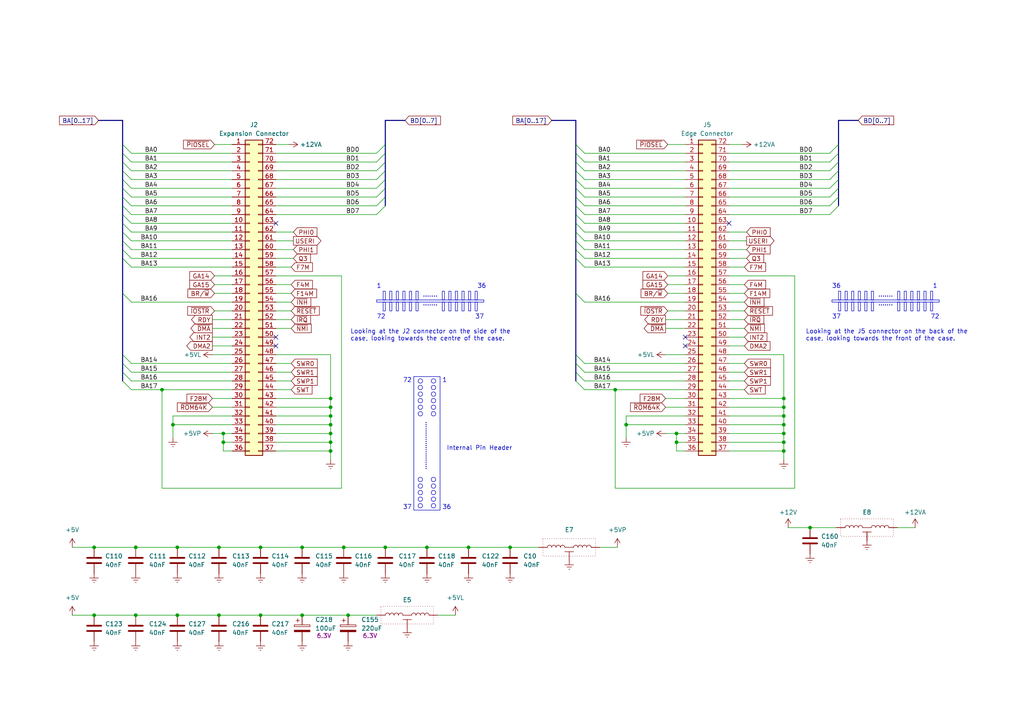
<source format=kicad_sch>
(kicad_sch (version 20230121) (generator eeschema)
  (paper "A4")
  (title_block (title "Dick Smith Cat - Motherboard") (date "1984") (company "Video Technology Ltd.") (comment 2 "Schematic Redrawn by Rhys Weatherley") (comment 3 "Expansion Connectors"))
  (lib_symbols
    (symbol "Connector_Generic:Conn_02x36_Counter_Clockwise" (pin_names (offset 1.016) hide)
      (property "Reference" "J" (at 1.27 45.72 0))
      (property "Value" "Conn_02x36_Counter_Clockwise" (at 1.27 -48.26 0))
      (symbol "Conn_02x36_Counter_Clockwise_1_1"
        (pin passive line (at -5.08 43.18 0) (length 3.81) (name "Pin_1") (number "1"))
        (pin passive line (at -5.08 20.32 0) (length 3.81) (name "Pin_10") (number "10"))
        (pin passive line (at -5.08 17.78 0) (length 3.81) (name "Pin_11") (number "11"))
        (pin passive line (at -5.08 15.24 0) (length 3.81) (name "Pin_12") (number "12"))
        (pin passive line (at -5.08 12.7 0) (length 3.81) (name "Pin_13") (number "13"))
        (pin passive line (at -5.08 10.16 0) (length 3.81) (name "Pin_14") (number "14"))
        (pin passive line (at -5.08 7.62 0) (length 3.81) (name "Pin_15") (number "15"))
        (pin passive line (at -5.08 5.08 0) (length 3.81) (name "Pin_16") (number "16"))
        (pin passive line (at -5.08 2.54 0) (length 3.81) (name "Pin_17") (number "17"))
        (pin passive line (at -5.08 0 0) (length 3.81) (name "Pin_18") (number "18"))
        (pin passive line (at -5.08 -2.54 0) (length 3.81) (name "Pin_19") (number "19"))
        (pin passive line (at -5.08 40.64 0) (length 3.81) (name "Pin_2") (number "2"))
        (pin passive line (at -5.08 -5.08 0) (length 3.81) (name "Pin_20") (number "20"))
        (pin passive line (at -5.08 -7.62 0) (length 3.81) (name "Pin_21") (number "21"))
        (pin passive line (at -5.08 -10.16 0) (length 3.81) (name "Pin_22") (number "22"))
        (pin passive line (at -5.08 -12.7 0) (length 3.81) (name "Pin_23") (number "23"))
        (pin passive line (at -5.08 -15.24 0) (length 3.81) (name "Pin_24") (number "24"))
        (pin passive line (at -5.08 -17.78 0) (length 3.81) (name "Pin_25") (number "25"))
        (pin passive line (at -5.08 -20.32 0) (length 3.81) (name "Pin_26") (number "26"))
        (pin passive line (at -5.08 -22.86 0) (length 3.81) (name "Pin_27") (number "27"))
        (pin passive line (at -5.08 -25.4 0) (length 3.81) (name "Pin_28") (number "28"))
        (pin passive line (at -5.08 -27.94 0) (length 3.81) (name "Pin_29") (number "29"))
        (pin passive line (at -5.08 38.1 0) (length 3.81) (name "Pin_3") (number "3"))
        (pin passive line (at -5.08 -30.48 0) (length 3.81) (name "Pin_30") (number "30"))
        (pin passive line (at -5.08 -33.02 0) (length 3.81) (name "Pin_31") (number "31"))
        (pin passive line (at -5.08 -35.56 0) (length 3.81) (name "Pin_32") (number "32"))
        (pin passive line (at -5.08 -38.1 0) (length 3.81) (name "Pin_33") (number "33"))
        (pin passive line (at -5.08 -40.64 0) (length 3.81) (name "Pin_34") (number "34"))
        (pin passive line (at -5.08 -43.18 0) (length 3.81) (name "Pin_35") (number "35"))
        (pin passive line (at -5.08 -45.72 0) (length 3.81) (name "Pin_36") (number "36"))
        (pin passive line (at 7.62 -45.72 180) (length 3.81) (name "Pin_37") (number "37"))
        (pin passive line (at 7.62 -43.18 180) (length 3.81) (name "Pin_38") (number "38"))
        (pin passive line (at 7.62 -40.64 180) (length 3.81) (name "Pin_39") (number "39"))
        (pin passive line (at -5.08 35.56 0) (length 3.81) (name "Pin_4") (number "4"))
        (pin passive line (at 7.62 -38.1 180) (length 3.81) (name "Pin_40") (number "40"))
        (pin passive line (at 7.62 -35.56 180) (length 3.81) (name "Pin_41") (number "41"))
        (pin passive line (at 7.62 -33.02 180) (length 3.81) (name "Pin_42") (number "42"))
        (pin passive line (at 7.62 -30.48 180) (length 3.81) (name "Pin_43") (number "43"))
        (pin passive line (at 7.62 -27.94 180) (length 3.81) (name "Pin_44") (number "44"))
        (pin passive line (at 7.62 -25.4 180) (length 3.81) (name "Pin_45") (number "45"))
        (pin passive line (at 7.62 -22.86 180) (length 3.81) (name "Pin_46") (number "46"))
        (pin passive line (at 7.62 -20.32 180) (length 3.81) (name "Pin_47") (number "47"))
        (pin passive line (at 7.62 -17.78 180) (length 3.81) (name "Pin_48") (number "48"))
        (pin passive line (at 7.62 -15.24 180) (length 3.81) (name "Pin_49") (number "49"))
        (pin passive line (at -5.08 33.02 0) (length 3.81) (name "Pin_5") (number "5"))
        (pin passive line (at 7.62 -12.7 180) (length 3.81) (name "Pin_50") (number "50"))
        (pin passive line (at 7.62 -10.16 180) (length 3.81) (name "Pin_51") (number "51"))
        (pin passive line (at 7.62 -7.62 180) (length 3.81) (name "Pin_52") (number "52"))
        (pin passive line (at 7.62 -5.08 180) (length 3.81) (name "Pin_53") (number "53"))
        (pin passive line (at 7.62 -2.54 180) (length 3.81) (name "Pin_54") (number "54"))
        (pin passive line (at 7.62 0 180) (length 3.81) (name "Pin_55") (number "55"))
        (pin passive line (at 7.62 2.54 180) (length 3.81) (name "Pin_56") (number "56"))
        (pin passive line (at 7.62 5.08 180) (length 3.81) (name "Pin_57") (number "57"))
        (pin passive line (at 7.62 7.62 180) (length 3.81) (name "Pin_58") (number "58"))
        (pin passive line (at 7.62 10.16 180) (length 3.81) (name "Pin_59") (number "59"))
        (pin passive line (at -5.08 30.48 0) (length 3.81) (name "Pin_6") (number "6"))
        (pin passive line (at 7.62 12.7 180) (length 3.81) (name "Pin_60") (number "60"))
        (pin passive line (at 7.62 15.24 180) (length 3.81) (name "Pin_61") (number "61"))
        (pin passive line (at 7.62 17.78 180) (length 3.81) (name "Pin_62") (number "62"))
        (pin passive line (at 7.62 20.32 180) (length 3.81) (name "Pin_63") (number "63"))
        (pin passive line (at 7.62 22.86 180) (length 3.81) (name "Pin_64") (number "64"))
        (pin passive line (at 7.62 25.4 180) (length 3.81) (name "Pin_65") (number "65"))
        (pin passive line (at 7.62 27.94 180) (length 3.81) (name "Pin_66") (number "66"))
        (pin passive line (at 7.62 30.48 180) (length 3.81) (name "Pin_67") (number "67"))
        (pin passive line (at 7.62 33.02 180) (length 3.81) (name "Pin_68") (number "68"))
        (pin passive line (at 7.62 35.56 180) (length 3.81) (name "Pin_69") (number "69"))
        (pin passive line (at -5.08 27.94 0) (length 3.81) (name "Pin_7") (number "7"))
        (pin passive line (at 7.62 38.1 180) (length 3.81) (name "Pin_70") (number "70"))
        (pin passive line (at 7.62 40.64 180) (length 3.81) (name "Pin_71") (number "71"))
        (pin passive line (at 7.62 43.18 180) (length 3.81) (name "Pin_72") (number "72"))
        (pin passive line (at -5.08 25.4 0) (length 3.81) (name "Pin_8") (number "8"))
        (pin passive line (at -5.08 22.86 0) (length 3.81) (name "Pin_9") (number "9"))
      )
    )
    (symbol "Device:C" (pin_numbers hide) (pin_names (offset 0.254))
      (property "Reference" "C" (at 0.635 2.54 0))
      (property "Value" "C" (at 0.635 -2.54 0))
      (symbol "C_1_1"
        (pin passive line (at 0 3.81 270) (length 2.794) (name "~") (number "1"))
        (pin passive line (at 0 -3.81 90) (length 2.794) (name "~") (number "2"))
      )
    )
    (symbol "Device:C_Polarized" (pin_numbers hide) (pin_names (offset 0.254))
      (property "Reference" "C" (at 0.635 2.54 0))
      (property "Value" "C_Polarized" (at 0.635 -2.54 0))
      (symbol "C_Polarized_1_1"
        (pin passive line (at 0 3.81 270) (length 2.794) (name "~") (number "1"))
        (pin passive line (at 0 -3.81 90) (length 2.794) (name "~") (number "2"))
      )
    )
    (symbol "Line_Filter:Line_Filter" (pin_numbers hide) (pin_names (offset 1.016) hide)
      (property "Reference" "E" (at -2.54 3.81 0))
      (property "Value" "E" (at 1.27 3.81 0))
      (symbol "Line_Filter_1_1"
        (pin passive line (at -11.43 0 0) (length 2.54) (name "1") (number "1"))
        (pin passive line (at -2.54 -3.81 90) (length 2.54) (name "") (number "2"))
        (pin passive line (at 6.35 0 180) (length 2.54) (name "3") (number "3"))
      )
    )
    (symbol "power:+12V" (power) (pin_names (offset 0))
      (property "Value" "+12V" (at 0 3.556 0))
      (symbol "+12V_1_1"
        (pin power_in line (at 0 0 90) (length 0) hide (name "+12V") (number "1"))
      )
    )
    (symbol "power:+12VA" (power) (pin_names (offset 0))
      (property "Value" "+12VA" (at 0 3.556 0))
      (symbol "+12VA_1_1"
        (pin power_in line (at 0 0 90) (length 0) hide (name "+12VA") (number "1"))
      )
    )
    (symbol "power:+5V" (power) (pin_names (offset 0))
      (property "Value" "+5V" (at 0 3.556 0))
      (symbol "+5V_1_1"
        (pin power_in line (at 0 0 90) (length 0) hide (name "+5V") (number "1"))
      )
    )
    (symbol "power:+5VL" (power) (pin_names (offset 0))
      (property "Value" "+5VL" (at 0 3.556 0))
      (symbol "+5VL_1_1"
        (pin power_in line (at 0 0 90) (length 0) hide (name "+5VL") (number "1"))
      )
    )
    (symbol "power:+5VP" (power) (pin_names (offset 0))
      (property "Value" "+5VP" (at 0 3.556 0))
      (symbol "+5VP_1_1"
        (pin power_in line (at 0 0 90) (length 0) hide (name "+5VP") (number "1"))
      )
    )
    (symbol "power:Earth" (power) (pin_names (offset 0))
      (symbol "Earth_1_1"
        (pin power_in line (at 0 0 270) (length 0) hide (name "Earth") (number "1"))
      )
    )
  )
  (junction (at 111.76 158.75))
  (junction (at 147.955 158.75))
  (junction (at 75.565 178.435))
  (junction (at 178.435 113.03))
  (junction (at 51.435 158.75))
  (junction (at 227.33 118.11))
  (junction (at 39.37 158.75))
  (junction (at 95.885 115.57))
  (junction (at 135.89 158.75))
  (junction (at 95.885 120.65))
  (junction (at 196.215 128.27))
  (junction (at 95.885 128.27))
  (junction (at 227.33 123.19))
  (junction (at 181.61 123.19))
  (junction (at 227.33 128.27))
  (junction (at 63.5 158.75))
  (junction (at 64.77 125.73))
  (junction (at 46.99 113.03))
  (junction (at 95.885 118.11))
  (junction (at 63.5 178.435))
  (junction (at 227.33 130.81))
  (junction (at 123.825 158.75))
  (junction (at 87.63 158.75))
  (junction (at 227.33 125.73))
  (junction (at 100.965 178.435))
  (junction (at 39.37 178.435))
  (junction (at 64.77 128.27))
  (junction (at 27.305 178.435))
  (junction (at 99.695 158.75))
  (junction (at 87.63 178.435))
  (junction (at 51.435 178.435))
  (junction (at 227.33 120.65))
  (junction (at 95.885 125.73))
  (junction (at 75.565 158.75))
  (junction (at 95.885 123.19))
  (junction (at 27.305 158.75))
  (junction (at 95.885 130.81))
  (junction (at 50.165 123.19))
  (junction (at 196.215 125.73))
  (junction (at 234.95 153.035))
  (junction (at 227.33 115.57))
  (no_connect (at 211.455 64.77))
  (no_connect (at 80.01 97.79))
  (no_connect (at 80.01 100.33))
  (no_connect (at 198.755 100.33))
  (no_connect (at 198.755 97.79))
  (no_connect (at 80.01 64.77))
  (bus_entry (at 243.205 52.07) (size -2.54 2.54))
  (bus_entry (at 111.76 49.53) (size -2.54 2.54))
  (bus_entry (at 111.76 46.99) (size -2.54 2.54))
  (bus_entry (at 243.205 59.69) (size -2.54 2.54))
  (bus_entry (at 111.76 41.91) (size -2.54 2.54))
  (bus_entry (at 169.545 67.31) (size -2.54 -2.54))
  (bus_entry (at 169.545 105.41) (size -2.54 -2.54))
  (bus_entry (at 38.1 67.31) (size -2.54 -2.54))
  (bus_entry (at 38.1 107.95) (size -2.54 -2.54))
  (bus_entry (at 169.545 69.85) (size -2.54 -2.54))
  (bus_entry (at 38.1 105.41) (size -2.54 -2.54))
  (bus_entry (at 38.1 57.15) (size -2.54 -2.54))
  (bus_entry (at 38.1 87.63) (size -2.54 -2.54))
  (bus_entry (at 38.1 59.69) (size -2.54 -2.54))
  (bus_entry (at 38.1 52.07) (size -2.54 -2.54))
  (bus_entry (at 38.1 69.85) (size -2.54 -2.54))
  (bus_entry (at 38.1 54.61) (size -2.54 -2.54))
  (bus_entry (at 38.1 49.53) (size -2.54 -2.54))
  (bus_entry (at 38.1 62.23) (size -2.54 -2.54))
  (bus_entry (at 169.545 52.07) (size -2.54 -2.54))
  (bus_entry (at 38.1 77.47) (size -2.54 -2.54))
  (bus_entry (at 169.545 107.95) (size -2.54 -2.54))
  (bus_entry (at 169.545 62.23) (size -2.54 -2.54))
  (bus_entry (at 243.205 41.91) (size -2.54 2.54))
  (bus_entry (at 169.545 57.15) (size -2.54 -2.54))
  (bus_entry (at 38.1 44.45) (size -2.54 -2.54))
  (bus_entry (at 111.76 57.15) (size -2.54 2.54))
  (bus_entry (at 169.545 54.61) (size -2.54 -2.54))
  (bus_entry (at 38.1 46.99) (size -2.54 -2.54))
  (bus_entry (at 243.205 57.15) (size -2.54 2.54))
  (bus_entry (at 243.205 44.45) (size -2.54 2.54))
  (bus_entry (at 169.545 64.77) (size -2.54 -2.54))
  (bus_entry (at 111.76 44.45) (size -2.54 2.54))
  (bus_entry (at 243.205 54.61) (size -2.54 2.54))
  (bus_entry (at 38.1 113.03) (size -2.54 -2.54))
  (bus_entry (at 169.545 49.53) (size -2.54 -2.54))
  (bus_entry (at 38.1 110.49) (size -2.54 -2.54))
  (bus_entry (at 169.545 113.03) (size -2.54 -2.54))
  (bus_entry (at 243.205 49.53) (size -2.54 2.54))
  (bus_entry (at 169.545 87.63) (size -2.54 -2.54))
  (bus_entry (at 169.545 77.47) (size -2.54 -2.54))
  (bus_entry (at 111.76 52.07) (size -2.54 2.54))
  (bus_entry (at 169.545 46.99) (size -2.54 -2.54))
  (bus_entry (at 169.545 44.45) (size -2.54 -2.54))
  (bus_entry (at 243.205 46.99) (size -2.54 2.54))
  (bus_entry (at 38.1 74.93) (size -2.54 -2.54))
  (bus_entry (at 38.1 64.77) (size -2.54 -2.54))
  (bus_entry (at 38.1 72.39) (size -2.54 -2.54))
  (bus_entry (at 169.545 72.39) (size -2.54 -2.54))
  (bus_entry (at 169.545 59.69) (size -2.54 -2.54))
  (bus_entry (at 111.76 54.61) (size -2.54 2.54))
  (bus_entry (at 169.545 110.49) (size -2.54 -2.54))
  (bus_entry (at 169.545 74.93) (size -2.54 -2.54))
  (bus_entry (at 111.76 59.69) (size -2.54 2.54))
  (wire (pts (xy 80.01 107.95) (xy 84.455 107.95)))
  (wire (pts (xy 211.455 82.55) (xy 215.9 82.55)))
  (wire (pts (xy 80.01 72.39) (xy 85.09 72.39)))
  (wire (pts (xy 211.455 115.57) (xy 227.33 115.57)))
  (wire (pts (xy 169.545 113.03) (xy 178.435 113.03)))
  (wire (pts (xy 38.1 49.53) (xy 67.31 49.53)))
  (bus (pts (xy 35.56 72.39) (xy 35.56 74.93)))
  (wire (pts (xy 38.1 67.31) (xy 67.31 67.31)))
  (wire (pts (xy 80.01 82.55) (xy 84.455 82.55)))
  (wire (pts (xy 193.675 85.09) (xy 198.755 85.09)))
  (wire (pts (xy 211.455 59.69) (xy 240.665 59.69)))
  (wire (pts (xy 87.63 178.435) (xy 100.965 178.435)))
  (wire (pts (xy 80.01 59.69) (xy 109.22 59.69)))
  (bus (pts (xy 35.56 59.69) (xy 35.56 62.23)))
  (wire (pts (xy 80.01 44.45) (xy 109.22 44.45)))
  (wire (pts (xy 169.545 49.53) (xy 198.755 49.53)))
  (wire (pts (xy 80.01 118.11) (xy 95.885 118.11)))
  (wire (pts (xy 181.61 123.19) (xy 198.755 123.19)))
  (wire (pts (xy 99.06 141.605) (xy 46.99 141.605)))
  (wire (pts (xy 211.455 107.95) (xy 215.9 107.95)))
  (wire (pts (xy 169.545 72.39) (xy 198.755 72.39)))
  (wire (pts (xy 211.455 123.19) (xy 227.33 123.19)))
  (wire (pts (xy 211.455 120.65) (xy 227.33 120.65)))
  (wire (pts (xy 80.01 95.25) (xy 84.455 95.25)))
  (wire (pts (xy 211.455 128.27) (xy 227.33 128.27)))
  (wire (pts (xy 111.76 158.75) (xy 123.825 158.75)))
  (wire (pts (xy 169.545 105.41) (xy 198.755 105.41)))
  (wire (pts (xy 193.04 95.25) (xy 198.755 95.25)))
  (wire (pts (xy 227.33 130.81) (xy 227.33 133.35)))
  (wire (pts (xy 80.01 115.57) (xy 95.885 115.57)))
  (wire (pts (xy 38.1 54.61) (xy 67.31 54.61)))
  (wire (pts (xy 61.595 115.57) (xy 67.31 115.57)))
  (bus (pts (xy 111.76 41.91) (xy 111.76 34.925)))
  (wire (pts (xy 95.885 115.57) (xy 95.885 118.11)))
  (bus (pts (xy 35.56 74.93) (xy 35.56 85.09)))
  (bus (pts (xy 243.205 49.53) (xy 243.205 46.99)))
  (bus (pts (xy 167.005 46.99) (xy 167.005 49.53)))
  (bus (pts (xy 167.005 34.925) (xy 167.005 41.91)))
  (wire (pts (xy 80.01 74.93) (xy 85.09 74.93)))
  (bus (pts (xy 243.205 44.45) (xy 243.205 41.91)))
  (bus (pts (xy 35.56 41.91) (xy 35.56 44.45)))
  (wire (pts (xy 50.165 123.19) (xy 67.31 123.19)))
  (wire (pts (xy 211.455 118.11) (xy 227.33 118.11)))
  (wire (pts (xy 211.455 49.53) (xy 240.665 49.53)))
  (wire (pts (xy 95.885 120.65) (xy 95.885 123.19)))
  (wire (pts (xy 181.61 120.65) (xy 181.61 123.19)))
  (wire (pts (xy 169.545 74.93) (xy 198.755 74.93)))
  (bus (pts (xy 167.005 41.91) (xy 167.005 44.45)))
  (wire (pts (xy 38.1 57.15) (xy 67.31 57.15)))
  (wire (pts (xy 64.77 128.27) (xy 67.31 128.27)))
  (wire (pts (xy 211.455 77.47) (xy 215.9 77.47)))
  (wire (pts (xy 169.545 69.85) (xy 198.755 69.85)))
  (wire (pts (xy 211.455 52.07) (xy 240.665 52.07)))
  (wire (pts (xy 227.33 118.11) (xy 227.33 120.65)))
  (bus (pts (xy 35.56 62.23) (xy 35.56 64.77)))
  (bus (pts (xy 35.56 69.85) (xy 35.56 72.39)))
  (wire (pts (xy 193.675 80.01) (xy 198.755 80.01)))
  (bus (pts (xy 35.56 54.61) (xy 35.56 57.15)))
  (wire (pts (xy 211.455 80.01) (xy 230.505 80.01)))
  (wire (pts (xy 80.01 77.47) (xy 84.455 77.47)))
  (wire (pts (xy 211.455 54.61) (xy 240.665 54.61)))
  (bus (pts (xy 167.005 105.41) (xy 167.005 107.95)))
  (wire (pts (xy 169.545 64.77) (xy 198.755 64.77)))
  (wire (pts (xy 38.1 72.39) (xy 67.31 72.39)))
  (bus (pts (xy 167.005 62.23) (xy 167.005 64.77)))
  (wire (pts (xy 169.545 57.15) (xy 198.755 57.15)))
  (wire (pts (xy 80.01 57.15) (xy 109.22 57.15)))
  (bus (pts (xy 243.205 52.07) (xy 243.205 49.53)))
  (wire (pts (xy 178.435 113.03) (xy 198.755 113.03)))
  (wire (pts (xy 80.01 80.01) (xy 99.06 80.01)))
  (wire (pts (xy 211.455 57.15) (xy 240.665 57.15)))
  (wire (pts (xy 95.885 128.27) (xy 95.885 130.81)))
  (wire (pts (xy 178.435 141.605) (xy 178.435 113.03)))
  (bus (pts (xy 35.56 64.77) (xy 35.56 67.31)))
  (wire (pts (xy 80.01 67.31) (xy 85.09 67.31)))
  (bus (pts (xy 35.56 105.41) (xy 35.56 107.95)))
  (wire (pts (xy 169.545 77.47) (xy 198.755 77.47)))
  (wire (pts (xy 198.755 130.81) (xy 196.215 130.81)))
  (wire (pts (xy 38.1 62.23) (xy 67.31 62.23)))
  (wire (pts (xy 211.455 95.25) (xy 215.9 95.25)))
  (wire (pts (xy 147.955 158.75) (xy 156.21 158.75)))
  (bus (pts (xy 167.005 69.85) (xy 167.005 72.39)))
  (wire (pts (xy 211.455 100.33) (xy 215.9 100.33)))
  (wire (pts (xy 169.545 59.69) (xy 198.755 59.69)))
  (wire (pts (xy 123.825 158.75) (xy 135.89 158.75)))
  (wire (pts (xy 38.1 69.85) (xy 67.31 69.85)))
  (bus (pts (xy 111.76 44.45) (xy 111.76 41.91)))
  (wire (pts (xy 62.23 82.55) (xy 67.31 82.55)))
  (wire (pts (xy 169.545 107.95) (xy 198.755 107.95)))
  (wire (pts (xy 61.595 125.73) (xy 64.77 125.73)))
  (wire (pts (xy 67.31 130.81) (xy 64.77 130.81)))
  (wire (pts (xy 169.545 44.45) (xy 198.755 44.45)))
  (wire (pts (xy 80.01 41.91) (xy 83.82 41.91)))
  (wire (pts (xy 127 178.435) (xy 132.08 178.435)))
  (bus (pts (xy 167.005 67.31) (xy 167.005 69.85)))
  (wire (pts (xy 193.04 92.71) (xy 198.755 92.71)))
  (wire (pts (xy 80.01 46.99) (xy 109.22 46.99)))
  (wire (pts (xy 63.5 178.435) (xy 75.565 178.435)))
  (wire (pts (xy 62.23 85.09) (xy 67.31 85.09)))
  (wire (pts (xy 234.95 153.035) (xy 242.57 153.035)))
  (wire (pts (xy 198.755 120.65) (xy 181.61 120.65)))
  (bus (pts (xy 167.005 74.93) (xy 167.005 85.09)))
  (wire (pts (xy 211.455 92.71) (xy 215.9 92.71)))
  (wire (pts (xy 80.01 130.81) (xy 95.885 130.81)))
  (bus (pts (xy 167.005 49.53) (xy 167.005 52.07)))
  (wire (pts (xy 62.23 80.01) (xy 67.31 80.01)))
  (wire (pts (xy 169.545 52.07) (xy 198.755 52.07)))
  (wire (pts (xy 38.1 74.93) (xy 67.31 74.93)))
  (wire (pts (xy 196.215 125.73) (xy 198.755 125.73)))
  (wire (pts (xy 80.01 62.23) (xy 109.22 62.23)))
  (bus (pts (xy 111.76 54.61) (xy 111.76 52.07)))
  (bus (pts (xy 243.205 34.925) (xy 248.92 34.925)))
  (bus (pts (xy 160.02 34.925) (xy 167.005 34.925)))
  (wire (pts (xy 80.01 113.03) (xy 84.455 113.03)))
  (wire (pts (xy 20.955 178.435) (xy 27.305 178.435)))
  (wire (pts (xy 80.01 105.41) (xy 84.455 105.41)))
  (bus (pts (xy 35.56 34.925) (xy 35.56 41.91)))
  (wire (pts (xy 80.01 69.85) (xy 85.09 69.85)))
  (wire (pts (xy 196.215 128.27) (xy 196.215 125.73)))
  (bus (pts (xy 167.005 107.95) (xy 167.005 110.49)))
  (wire (pts (xy 227.33 123.19) (xy 227.33 125.73)))
  (bus (pts (xy 167.005 44.45) (xy 167.005 46.99)))
  (bus (pts (xy 243.205 54.61) (xy 243.205 52.07)))
  (wire (pts (xy 211.455 72.39) (xy 216.535 72.39)))
  (wire (pts (xy 211.455 87.63) (xy 215.9 87.63)))
  (wire (pts (xy 80.01 125.73) (xy 95.885 125.73)))
  (bus (pts (xy 111.76 49.53) (xy 111.76 46.99)))
  (bus (pts (xy 167.005 57.15) (xy 167.005 59.69)))
  (wire (pts (xy 61.595 118.11) (xy 67.31 118.11)))
  (wire (pts (xy 193.04 118.11) (xy 198.755 118.11)))
  (wire (pts (xy 61.595 92.71) (xy 67.31 92.71)))
  (wire (pts (xy 80.01 110.49) (xy 84.455 110.49)))
  (wire (pts (xy 61.595 100.33) (xy 67.31 100.33)))
  (wire (pts (xy 227.33 102.87) (xy 227.33 115.57)))
  (wire (pts (xy 38.1 105.41) (xy 67.31 105.41)))
  (wire (pts (xy 20.955 158.75) (xy 27.305 158.75)))
  (wire (pts (xy 80.01 49.53) (xy 109.22 49.53)))
  (wire (pts (xy 230.505 80.01) (xy 230.505 141.605)))
  (wire (pts (xy 169.545 54.61) (xy 198.755 54.61)))
  (wire (pts (xy 211.455 97.79) (xy 215.9 97.79)))
  (wire (pts (xy 46.99 141.605) (xy 46.99 113.03)))
  (wire (pts (xy 67.31 120.65) (xy 50.165 120.65)))
  (bus (pts (xy 167.005 59.69) (xy 167.005 62.23)))
  (wire (pts (xy 211.455 90.17) (xy 215.9 90.17)))
  (wire (pts (xy 211.455 105.41) (xy 215.9 105.41)))
  (wire (pts (xy 38.1 52.07) (xy 67.31 52.07)))
  (wire (pts (xy 61.595 95.25) (xy 67.31 95.25)))
  (wire (pts (xy 169.545 46.99) (xy 198.755 46.99)))
  (wire (pts (xy 64.77 128.27) (xy 64.77 125.73)))
  (wire (pts (xy 211.455 125.73) (xy 227.33 125.73)))
  (bus (pts (xy 28.575 34.925) (xy 35.56 34.925)))
  (wire (pts (xy 75.565 178.435) (xy 87.63 178.435)))
  (wire (pts (xy 193.04 102.87) (xy 198.755 102.87)))
  (wire (pts (xy 46.99 113.03) (xy 67.31 113.03)))
  (bus (pts (xy 243.205 59.69) (xy 243.205 57.15)))
  (wire (pts (xy 50.165 123.19) (xy 50.165 127)))
  (bus (pts (xy 243.205 46.99) (xy 243.205 44.45)))
  (bus (pts (xy 35.56 49.53) (xy 35.56 52.07)))
  (wire (pts (xy 80.01 92.71) (xy 84.455 92.71)))
  (wire (pts (xy 211.455 130.81) (xy 227.33 130.81)))
  (wire (pts (xy 99.695 158.75) (xy 111.76 158.75)))
  (bus (pts (xy 243.205 41.91) (xy 243.205 34.925)))
  (wire (pts (xy 39.37 158.75) (xy 51.435 158.75)))
  (bus (pts (xy 167.005 102.87) (xy 167.005 105.41)))
  (wire (pts (xy 61.595 102.87) (xy 67.31 102.87)))
  (bus (pts (xy 35.56 57.15) (xy 35.56 59.69)))
  (wire (pts (xy 39.37 178.435) (xy 51.435 178.435)))
  (bus (pts (xy 35.56 46.99) (xy 35.56 49.53)))
  (bus (pts (xy 167.005 64.77) (xy 167.005 67.31)))
  (wire (pts (xy 227.33 115.57) (xy 227.33 118.11)))
  (wire (pts (xy 95.885 102.87) (xy 95.885 115.57)))
  (wire (pts (xy 38.1 64.77) (xy 67.31 64.77)))
  (bus (pts (xy 111.76 57.15) (xy 111.76 54.61)))
  (wire (pts (xy 211.455 74.93) (xy 216.535 74.93)))
  (wire (pts (xy 95.885 123.19) (xy 95.885 125.73)))
  (wire (pts (xy 227.33 120.65) (xy 227.33 123.19)))
  (wire (pts (xy 260.35 153.035) (xy 265.43 153.035)))
  (wire (pts (xy 38.1 77.47) (xy 67.31 77.47)))
  (wire (pts (xy 62.23 41.91) (xy 67.31 41.91)))
  (wire (pts (xy 51.435 178.435) (xy 63.5 178.435)))
  (wire (pts (xy 211.455 44.45) (xy 240.665 44.45)))
  (wire (pts (xy 211.455 41.91) (xy 215.265 41.91)))
  (bus (pts (xy 35.56 52.07) (xy 35.56 54.61)))
  (wire (pts (xy 38.1 113.03) (xy 46.99 113.03)))
  (wire (pts (xy 193.675 41.91) (xy 198.755 41.91)))
  (wire (pts (xy 27.305 158.75) (xy 39.37 158.75)))
  (wire (pts (xy 169.545 62.23) (xy 198.755 62.23)))
  (wire (pts (xy 38.1 44.45) (xy 67.31 44.45)))
  (bus (pts (xy 35.56 67.31) (xy 35.56 69.85)))
  (wire (pts (xy 211.455 113.03) (xy 215.9 113.03)))
  (wire (pts (xy 80.01 128.27) (xy 95.885 128.27)))
  (wire (pts (xy 80.01 87.63) (xy 84.455 87.63)))
  (bus (pts (xy 35.56 85.09) (xy 35.56 102.87)))
  (wire (pts (xy 193.04 115.57) (xy 198.755 115.57)))
  (wire (pts (xy 80.01 85.09) (xy 84.455 85.09)))
  (wire (pts (xy 211.455 62.23) (xy 240.665 62.23)))
  (wire (pts (xy 135.89 158.75) (xy 147.955 158.75)))
  (wire (pts (xy 62.23 90.17) (xy 67.31 90.17)))
  (wire (pts (xy 211.455 67.31) (xy 216.535 67.31)))
  (wire (pts (xy 228.6 153.035) (xy 234.95 153.035)))
  (wire (pts (xy 211.455 69.85) (xy 216.535 69.85)))
  (wire (pts (xy 169.545 87.63) (xy 198.755 87.63)))
  (wire (pts (xy 211.455 110.49) (xy 215.9 110.49)))
  (wire (pts (xy 100.965 178.435) (xy 109.22 178.435)))
  (wire (pts (xy 230.505 141.605) (xy 178.435 141.605)))
  (bus (pts (xy 167.005 52.07) (xy 167.005 54.61)))
  (wire (pts (xy 95.885 125.73) (xy 95.885 128.27)))
  (wire (pts (xy 38.1 107.95) (xy 67.31 107.95)))
  (wire (pts (xy 169.545 110.49) (xy 198.755 110.49)))
  (wire (pts (xy 75.565 158.75) (xy 87.63 158.75)))
  (bus (pts (xy 35.56 44.45) (xy 35.56 46.99)))
  (bus (pts (xy 111.76 34.925) (xy 117.475 34.925)))
  (bus (pts (xy 35.56 107.95) (xy 35.56 110.49)))
  (wire (pts (xy 38.1 46.99) (xy 67.31 46.99)))
  (wire (pts (xy 64.77 130.81) (xy 64.77 128.27)))
  (bus (pts (xy 111.76 59.69) (xy 111.76 57.15)))
  (wire (pts (xy 80.01 120.65) (xy 95.885 120.65)))
  (wire (pts (xy 61.595 97.79) (xy 67.31 97.79)))
  (wire (pts (xy 63.5 158.75) (xy 75.565 158.75)))
  (wire (pts (xy 80.01 123.19) (xy 95.885 123.19)))
  (wire (pts (xy 51.435 158.75) (xy 63.5 158.75)))
  (wire (pts (xy 38.1 110.49) (xy 67.31 110.49)))
  (wire (pts (xy 99.06 80.01) (xy 99.06 141.605)))
  (wire (pts (xy 173.99 158.75) (xy 179.07 158.75)))
  (wire (pts (xy 227.33 128.27) (xy 227.33 130.81)))
  (wire (pts (xy 211.455 46.99) (xy 240.665 46.99)))
  (wire (pts (xy 196.215 130.81) (xy 196.215 128.27)))
  (bus (pts (xy 243.205 57.15) (xy 243.205 54.61)))
  (wire (pts (xy 211.455 102.87) (xy 227.33 102.87)))
  (bus (pts (xy 111.76 52.07) (xy 111.76 49.53)))
  (wire (pts (xy 80.01 54.61) (xy 109.22 54.61)))
  (bus (pts (xy 167.005 85.09) (xy 167.005 102.87)))
  (bus (pts (xy 167.005 72.39) (xy 167.005 74.93)))
  (wire (pts (xy 95.885 118.11) (xy 95.885 120.65)))
  (bus (pts (xy 111.76 46.99) (xy 111.76 44.45)))
  (wire (pts (xy 38.1 87.63) (xy 67.31 87.63)))
  (wire (pts (xy 169.545 67.31) (xy 198.755 67.31)))
  (bus (pts (xy 35.56 102.87) (xy 35.56 105.41)))
  (wire (pts (xy 50.165 120.65) (xy 50.165 123.19)))
  (wire (pts (xy 80.01 52.07) (xy 109.22 52.07)))
  (wire (pts (xy 193.675 82.55) (xy 198.755 82.55)))
  (wire (pts (xy 227.33 125.73) (xy 227.33 128.27)))
  (wire (pts (xy 193.675 90.17) (xy 198.755 90.17)))
  (wire (pts (xy 38.1 59.69) (xy 67.31 59.69)))
  (wire (pts (xy 64.77 125.73) (xy 67.31 125.73)))
  (wire (pts (xy 196.215 128.27) (xy 198.755 128.27)))
  (wire (pts (xy 193.04 125.73) (xy 196.215 125.73)))
  (wire (pts (xy 181.61 123.19) (xy 181.61 127)))
  (bus (pts (xy 167.005 54.61) (xy 167.005 57.15)))
  (wire (pts (xy 87.63 158.75) (xy 99.695 158.75)))
  (wire (pts (xy 27.305 178.435) (xy 39.37 178.435)))
  (wire (pts (xy 80.01 102.87) (xy 95.885 102.87)))
  (wire (pts (xy 211.455 85.09) (xy 215.9 85.09)))
  (wire (pts (xy 95.885 130.81) (xy 95.885 133.35)))
  (wire (pts (xy 80.01 90.17) (xy 84.455 90.17)))
  (circle (center 121.92 114.3) (radius 0.635))
  (rectangle (start 264.16 84.455) (end 264.795 86.995))
  (rectangle (start 262.255 84.455) (end 262.89 86.995))
  (rectangle (start 241.3 86.995) (end 272.415 87.63))
  (rectangle (start 247.015 87.63) (end 247.65 90.17))
  (rectangle (start 114.935 84.455) (end 115.57 86.995))
  (rectangle (start 132.08 84.455) (end 132.715 86.995))
  (rectangle (start 260.35 87.63) (end 260.985 90.17))
  (rectangle (start 137.795 84.455) (end 138.43 86.995))
  (circle (center 125.73 120.015) (radius 0.635))
  (circle (center 121.92 116.205) (radius 0.635))
  (rectangle (start 111.125 87.63) (end 111.76 90.17))
  (rectangle (start 116.84 84.455) (end 117.475 86.995))
  (rectangle (start 132.08 87.63) (end 132.715 90.17))
  (rectangle (start 113.03 87.63) (end 113.665 90.17))
  (circle (center 125.73 110.49) (radius 0.635))
  (rectangle (start 116.84 87.63) (end 117.475 90.17))
  (rectangle (start 111.125 84.455) (end 111.76 86.995))
  (rectangle (start 120.65 87.63) (end 121.285 90.17))
  (rectangle (start 247.015 84.455) (end 247.65 86.995))
  (rectangle (start 248.92 87.63) (end 249.555 90.17))
  (rectangle (start 252.73 87.63) (end 253.365 90.17))
  (rectangle (start 266.065 84.455) (end 266.7 86.995))
  (circle (center 121.92 118.11) (radius 0.635))
  (rectangle (start 269.875 84.455) (end 270.51 86.995))
  (rectangle (start 128.27 87.63) (end 128.905 90.17))
  (rectangle (start 130.175 87.63) (end 130.81 90.17))
  (circle (center 125.73 114.3) (radius 0.635))
  (rectangle (start 267.97 84.455) (end 268.605 86.995))
  (rectangle (start 245.11 84.455) (end 245.745 86.995))
  (circle (center 121.92 120.015) (radius 0.635))
  (circle (center 121.92 146.685) (radius 0.635))
  (circle (center 121.92 112.395) (radius 0.635))
  (rectangle (start 118.745 87.63) (end 119.38 90.17))
  (rectangle (start 133.985 84.455) (end 134.62 86.995))
  (rectangle (start 135.89 87.63) (end 136.525 90.17))
  (rectangle (start 269.875 87.63) (end 270.51 90.17))
  (circle (center 125.73 116.205) (radius 0.635))
  (circle (center 125.73 146.685) (radius 0.635))
  (rectangle (start 243.205 84.455) (end 243.84 86.995))
  (rectangle (start 118.745 84.455) (end 119.38 86.995))
  (rectangle (start 109.22 86.995) (end 140.335 87.63))
  (rectangle (start 266.065 87.63) (end 266.7 90.17))
  (circle (center 121.92 144.78) (radius 0.635))
  (circle (center 121.92 142.875) (radius 0.635))
  (rectangle (start 250.825 84.455) (end 251.46 86.995))
  (rectangle (start 120.015 109.22) (end 127.635 147.955))
  (circle (center 125.73 118.11) (radius 0.635))
  (rectangle (start 128.27 84.455) (end 128.905 86.995))
  (rectangle (start 120.65 84.455) (end 121.285 86.995))
  (rectangle (start 113.03 84.455) (end 113.665 86.995))
  (circle (center 125.73 139.065) (radius 0.635))
  (rectangle (start 130.175 84.455) (end 130.81 86.995))
  (rectangle (start 135.89 84.455) (end 136.525 86.995))
  (rectangle (start 262.255 87.63) (end 262.89 90.17))
  (rectangle (start 250.825 87.63) (end 251.46 90.17))
  (rectangle (start 248.92 84.455) (end 249.555 86.995))
  (circle (center 121.92 110.49) (radius 0.635))
  (rectangle (start 264.16 87.63) (end 264.795 90.17))
  (rectangle (start 133.985 87.63) (end 134.62 90.17))
  (rectangle (start 260.35 84.455) (end 260.985 86.995))
  (rectangle (start 267.97 87.63) (end 268.605 90.17))
  (circle (center 125.73 144.78) (radius 0.635))
  (rectangle (start 252.73 84.455) (end 253.365 86.995))
  (circle (center 121.92 140.97) (radius 0.635))
  (rectangle (start 114.935 87.63) (end 115.57 90.17))
  (rectangle (start 137.795 87.63) (end 138.43 90.17))
  (rectangle (start 245.11 87.63) (end 245.745 90.17))
  (rectangle (start 243.205 87.63) (end 243.84 90.17))
  (circle (center 125.73 140.97) (radius 0.635))
  (circle (center 125.73 112.395) (radius 0.635))
  (circle (center 125.73 142.875) (radius 0.635))
  (circle (center 121.92 139.065) (radius 0.635))
  (text "1" (at 109.22 83.82 0) (effects (font (size 1.27 1.27)) (justify left bottom)))
  (text "......." (at 122.555 86.36 0) (effects (font (size 1.27 1.27)) (justify left bottom)))
  (text "36" (at 138.43 83.82 0) (effects (font (size 1.27 1.27)) (justify left bottom)))
  (text "36" (at 128.27 147.955 0) (effects (font (size 1.27 1.27)) (justify left bottom)))
  (text "37" (at 116.84 147.955 0) (effects (font (size 1.27 1.27)) (justify left bottom)))
  (text "......." (at 254.635 88.9 0) (effects (font (size 1.27 1.27)) (justify left bottom)))
  (text "......." (at 122.555 88.9 0) (effects (font (size 1.27 1.27)) (justify left bottom)))
  (text "1" (at 128.27 111.125 0) (effects (font (size 1.27 1.27)) (justify left bottom)))
  (text "Internal Pin Header" (at 129.54 130.81 0) (effects (font (size 1.27 1.27)) (justify left bottom)))
  (text "72" (at 109.22 92.71 0) (effects (font (size 1.27 1.27)) (justify left bottom)))
  (text "......." (at 254.635 86.36 0) (effects (font (size 1.27 1.27)) (justify left bottom)))
  (text "......................." (at 123.825 136.525 90) (effects (font (size 1.27 1.27)) (justify left bottom)))
  (text "1" (at 270.51 83.82 0) (effects (font (size 1.27 1.27)) (justify left bottom)))
  (text "Looking at the J2 connector on the side of the\ncase, looking towards the centre of the case." (at 101.6 99.06 0) (effects (font (size 1.27 1.27)) (justify left bottom)))
  (text "37" (at 137.795 92.71 0) (effects (font (size 1.27 1.27)) (justify left bottom)))
  (text "Looking at the J5 connector on the back of the\ncase, looking towards the front of the case." (at 233.68 99.06 0) (effects (font (size 1.27 1.27)) (justify left bottom)))
  (text "72" (at 116.84 111.125 0) (effects (font (size 1.27 1.27)) (justify left bottom)))
  (text "36" (at 241.3 83.82 0) (effects (font (size 1.27 1.27)) (justify left bottom)))
  (text "72" (at 269.875 92.71 0) (effects (font (size 1.27 1.27)) (justify left bottom)))
  (text "37" (at 241.3 92.71 0) (effects (font (size 1.27 1.27)) (justify left bottom)))
  (label "BA11" (at 177.165 72.39 180))
  (label "BA1" (at 177.165 46.99 180))
  (label "BA13" (at 177.165 77.47 180))
  (label "BA8" (at 177.165 64.77 180))
  (label "BA9" (at 177.165 67.31 180))
  (label "BA5" (at 177.165 57.15 180))
  (label "BD5" (at 100.33 57.15 0))
  (label "BA11" (at 45.72 72.39 180))
  (label "BD7" (at 231.775 62.23 0))
  (label "BD5" (at 231.775 57.15 0))
  (label "BA10" (at 177.165 69.85 180))
  (label "BA14" (at 45.72 105.41 180))
  (label "BA17" (at 45.72 113.03 180))
  (label "BD0" (at 100.33 44.45 0))
  (label "BA6" (at 45.72 59.69 180))
  (label "BD1" (at 100.33 46.99 0))
  (label "BD6" (at 231.775 59.69 0))
  (label "BA2" (at 45.72 49.53 180))
  (label "BA7" (at 45.72 62.23 180))
  (label "BD2" (at 100.33 49.53 0))
  (label "BA12" (at 45.72 74.93 180))
  (label "BD7" (at 100.33 62.23 0))
  (label "BA17" (at 177.165 113.03 180))
  (label "BA9" (at 45.72 67.31 180))
  (label "BA16" (at 45.72 87.63 180))
  (label "BA5" (at 45.72 57.15 180))
  (label "BD2" (at 231.775 49.53 0))
  (label "BA8" (at 45.72 64.77 180))
  (label "BA15" (at 177.165 107.95 180))
  (label "BA12" (at 177.165 74.93 180))
  (label "BA6" (at 177.165 59.69 180))
  (label "BA0" (at 177.165 44.45 180))
  (label "BA0" (at 45.72 44.45 180))
  (label "BA14" (at 177.165 105.41 180))
  (label "BA15" (at 45.72 107.95 180))
  (label "BA2" (at 177.165 49.53 180))
  (label "BD6" (at 100.33 59.69 0))
  (label "BA10" (at 45.72 69.85 180))
  (label "BA1" (at 45.72 46.99 180))
  (label "BA13" (at 45.72 77.47 180))
  (label "BA7" (at 177.165 62.23 180))
  (label "BA3" (at 45.72 52.07 180))
  (label "BD1" (at 231.775 46.99 0))
  (label "BA3" (at 177.165 52.07 180))
  (label "BD4" (at 100.33 54.61 0))
  (label "BA4" (at 45.72 54.61 180))
  (label "BA16" (at 177.165 87.63 180))
  (label "BD3" (at 100.33 52.07 0))
  (label "BA16" (at 177.165 110.49 180))
  (label "BD3" (at 231.775 52.07 0))
  (label "BA4" (at 177.165 54.61 180))
  (label "BD4" (at 231.775 54.61 0))
  (label "BD0" (at 231.775 44.45 0))
  (label "BA16" (at 45.72 110.49 180))
  (global_label "~{NMI}" (shape input) (at 84.455 95.25 0) (property "Intersheetrefs" "${INTERSHEET_REFS}" (effects hide)))
  (global_label "PHI1" (shape input) (at 85.09 72.39 0) (property "Intersheetrefs" "${INTERSHEET_REFS}" (effects hide)))
  (global_label "GA14" (shape input) (at 62.23 80.01 180) (property "Intersheetrefs" "${INTERSHEET_REFS}" (effects hide)))
  (global_label "~{RESET}" (shape input) (at 215.9 90.17 0) (property "Intersheetrefs" "${INTERSHEET_REFS}" (effects hide)))
  (global_label "Q3" (shape input) (at 85.09 74.93 0) (property "Intersheetrefs" "${INTERSHEET_REFS}" (effects hide)))
  (global_label "DMA2" (shape input) (at 215.9 100.33 0) (property "Intersheetrefs" "${INTERSHEET_REFS}" (effects hide)))
  (global_label "BA[0..17]" (shape input) (at 28.575 34.925 180) (property "Intersheetrefs" "${INTERSHEET_REFS}" (effects hide)))
  (global_label "SWP1" (shape input) (at 215.9 110.49 0) (property "Intersheetrefs" "${INTERSHEET_REFS}" (effects hide)))
  (global_label "~{INH}" (shape input) (at 84.455 87.63 0) (property "Intersheetrefs" "${INTERSHEET_REFS}" (effects hide)))
  (global_label "USERI" (shape output) (at 216.535 69.85 0) (property "Intersheetrefs" "${INTERSHEET_REFS}" (effects hide)))
  (global_label "F7M" (shape input) (at 215.9 77.47 0) (property "Intersheetrefs" "${INTERSHEET_REFS}" (effects hide)))
  (global_label "PHI0" (shape input) (at 216.535 67.31 0) (property "Intersheetrefs" "${INTERSHEET_REFS}" (effects hide)))
  (global_label "~{DMA}" (shape output) (at 61.595 95.25 180) (property "Intersheetrefs" "${INTERSHEET_REFS}" (effects hide)))
  (global_label "F4M" (shape input) (at 84.455 82.55 0) (property "Intersheetrefs" "${INTERSHEET_REFS}" (effects hide)))
  (global_label "BD[0..7]" (shape input) (at 248.92 34.925 0) (property "Intersheetrefs" "${INTERSHEET_REFS}" (effects hide)))
  (global_label "SWR1" (shape input) (at 215.9 107.95 0) (property "Intersheetrefs" "${INTERSHEET_REFS}" (effects hide)))
  (global_label "F28M" (shape input) (at 61.595 115.57 180) (property "Intersheetrefs" "${INTERSHEET_REFS}" (effects hide)))
  (global_label "BA[0..17]" (shape input) (at 160.02 34.925 180) (property "Intersheetrefs" "${INTERSHEET_REFS}" (effects hide)))
  (global_label "SWR0" (shape input) (at 215.9 105.41 0) (property "Intersheetrefs" "${INTERSHEET_REFS}" (effects hide)))
  (global_label "F4M" (shape input) (at 215.9 82.55 0) (property "Intersheetrefs" "${INTERSHEET_REFS}" (effects hide)))
  (global_label "~{DMA}" (shape output) (at 193.04 95.25 180) (property "Intersheetrefs" "${INTERSHEET_REFS}" (effects hide)))
  (global_label "SWR0" (shape input) (at 84.455 105.41 0) (property "Intersheetrefs" "${INTERSHEET_REFS}" (effects hide)))
  (global_label "INT2" (shape input) (at 215.9 97.79 0) (property "Intersheetrefs" "${INTERSHEET_REFS}" (effects hide)))
  (global_label "SWT" (shape input) (at 84.455 113.03 0) (property "Intersheetrefs" "${INTERSHEET_REFS}" (effects hide)))
  (global_label "~{INH}" (shape input) (at 215.9 87.63 0) (property "Intersheetrefs" "${INTERSHEET_REFS}" (effects hide)))
  (global_label "GA15" (shape input) (at 62.23 82.55 180) (property "Intersheetrefs" "${INTERSHEET_REFS}" (effects hide)))
  (global_label "USERI" (shape output) (at 85.09 69.85 0) (property "Intersheetrefs" "${INTERSHEET_REFS}" (effects hide)))
  (global_label "~{NMI}" (shape input) (at 215.9 95.25 0) (property "Intersheetrefs" "${INTERSHEET_REFS}" (effects hide)))
  (global_label "Q3" (shape input) (at 216.535 74.93 0) (property "Intersheetrefs" "${INTERSHEET_REFS}" (effects hide)))
  (global_label "GA14" (shape input) (at 193.675 80.01 180) (property "Intersheetrefs" "${INTERSHEET_REFS}" (effects hide)))
  (global_label "F14M" (shape input) (at 215.9 85.09 0) (property "Intersheetrefs" "${INTERSHEET_REFS}" (effects hide)))
  (global_label "~{PIOSEL}" (shape input) (at 62.23 41.91 180) (property "Intersheetrefs" "${INTERSHEET_REFS}" (effects hide)))
  (global_label "~{IRQ}" (shape input) (at 215.9 92.71 0) (property "Intersheetrefs" "${INTERSHEET_REFS}" (effects hide)))
  (global_label "SWR1" (shape input) (at 84.455 107.95 0) (property "Intersheetrefs" "${INTERSHEET_REFS}" (effects hide)))
  (global_label "INT2" (shape output) (at 61.595 97.79 180) (property "Intersheetrefs" "${INTERSHEET_REFS}" (effects hide)))
  (global_label "~{RESET}" (shape input) (at 84.455 90.17 0) (property "Intersheetrefs" "${INTERSHEET_REFS}" (effects hide)))
  (global_label "F28M" (shape input) (at 193.04 115.57 180) (property "Intersheetrefs" "${INTERSHEET_REFS}" (effects hide)))
  (global_label "DMA2" (shape output) (at 61.595 100.33 180) (property "Intersheetrefs" "${INTERSHEET_REFS}" (effects hide)))
  (global_label "BR{slash}~{W}" (shape input) (at 193.675 85.09 180) (property "Intersheetrefs" "${INTERSHEET_REFS}" (effects hide)))
  (global_label "~{ROM64K}" (shape input) (at 61.595 118.11 180) (property "Intersheetrefs" "${INTERSHEET_REFS}" (effects hide)))
  (global_label "BD[0..7]" (shape input) (at 117.475 34.925 0) (property "Intersheetrefs" "${INTERSHEET_REFS}" (effects hide)))
  (global_label "RDY" (shape output) (at 193.04 92.71 180) (property "Intersheetrefs" "${INTERSHEET_REFS}" (effects hide)))
  (global_label "~{IRQ}" (shape input) (at 84.455 92.71 0) (property "Intersheetrefs" "${INTERSHEET_REFS}" (effects hide)))
  (global_label "~{PIOSEL}" (shape input) (at 193.675 41.91 180) (property "Intersheetrefs" "${INTERSHEET_REFS}" (effects hide)))
  (global_label "GA15" (shape input) (at 193.675 82.55 180) (property "Intersheetrefs" "${INTERSHEET_REFS}" (effects hide)))
  (global_label "~{ROM64K}" (shape input) (at 193.04 118.11 180) (property "Intersheetrefs" "${INTERSHEET_REFS}" (effects hide)))
  (global_label "SWT" (shape input) (at 215.9 113.03 0) (property "Intersheetrefs" "${INTERSHEET_REFS}" (effects hide)))
  (global_label "PHI0" (shape input) (at 85.09 67.31 0) (property "Intersheetrefs" "${INTERSHEET_REFS}" (effects hide)))
  (global_label "F7M" (shape input) (at 84.455 77.47 0) (property "Intersheetrefs" "${INTERSHEET_REFS}" (effects hide)))
  (global_label "F14M" (shape input) (at 84.455 85.09 0) (property "Intersheetrefs" "${INTERSHEET_REFS}" (effects hide)))
  (global_label "RDY" (shape output) (at 61.595 92.71 180) (property "Intersheetrefs" "${INTERSHEET_REFS}" (effects hide)))
  (global_label "PHI1" (shape input) (at 216.535 72.39 0) (property "Intersheetrefs" "${INTERSHEET_REFS}" (effects hide)))
  (global_label "~{IOSTR}" (shape input) (at 193.675 90.17 180) (property "Intersheetrefs" "${INTERSHEET_REFS}" (effects hide)))
  (global_label "BR{slash}~{W}" (shape input) (at 62.23 85.09 180) (property "Intersheetrefs" "${INTERSHEET_REFS}" (effects hide)))
  (global_label "~{IOSTR}" (shape input) (at 62.23 90.17 180) (property "Intersheetrefs" "${INTERSHEET_REFS}" (effects hide)))
  (global_label "SWP1" (shape input) (at 84.455 110.49 0) (property "Intersheetrefs" "${INTERSHEET_REFS}" (effects hide)))
  (symbol (lib_id "Device:C") (at 51.435 182.245 0) (unit 1)
    (property "Reference" "C127" (at 54.61 180.975 0) (effects (justify left)))
    (property "Value" "40nF" (at 54.61 183.515 0) (effects (justify left)))
    (property "Footprint" "Capacitor_THT:C_Disc_D5.0mm_W2.5mm_P5.00mm" (effects hide))
  )
  (symbol (lib_id "Device:C") (at 63.5 182.245 0) (unit 1)
    (property "Reference" "C216" (at 67.31 180.975 0) (effects (justify left)))
    (property "Value" "40nF" (at 67.31 183.515 0) (effects (justify left)))
    (property "Footprint" "Capacitor_THT:C_Disc_D5.0mm_W2.5mm_P5.00mm" (effects hide))
  )
  (symbol (lib_id "power:+5VL") (at 132.08 178.435 0) (unit 1)
    (property "Reference" "#PWR0174" (effects hide))
    (property "Value" "+5VL" (at 132.08 173.355 0))
  )
  (symbol (lib_id "power:Earth") (at 111.76 166.37 0) (unit 1)
    (property "Reference" "#PWR0161" (effects hide))
    (property "Value" "Earth" (effects hide))
  )
  (symbol (lib_id "power:Earth") (at 27.305 166.37 0) (unit 1)
    (property "Reference" "#PWR0154" (effects hide))
    (property "Value" "Earth" (effects hide))
  )
  (symbol (lib_id "Device:C") (at 234.95 156.845 0) (unit 1)
    (property "Reference" "C160" (at 238.125 155.575 0) (effects (justify left)))
    (property "Value" "40nF" (at 238.125 158.115 0) (effects (justify left)))
    (property "Footprint" "Capacitor_THT:C_Disc_D5.0mm_W2.5mm_P5.00mm" (effects hide))
  )
  (symbol (lib_id "Device:C") (at 99.695 162.56 0) (unit 1)
    (property "Reference" "C116" (at 102.87 161.29 0) (effects (justify left)))
    (property "Value" "40nF" (at 102.87 163.83 0) (effects (justify left)))
    (property "Footprint" "Capacitor_THT:C_Disc_D5.0mm_W2.5mm_P5.00mm" (effects hide))
  )
  (symbol (lib_id "Device:C") (at 123.825 162.56 0) (unit 1)
    (property "Reference" "C118" (at 127 161.29 0) (effects (justify left)))
    (property "Value" "40nF" (at 127 163.83 0) (effects (justify left)))
    (property "Footprint" "Capacitor_THT:C_Disc_D5.0mm_W2.5mm_P5.00mm" (effects hide))
  )
  (symbol (lib_id "power:Earth") (at 87.63 186.055 0) (unit 1)
    (property "Reference" "#PWR0172" (effects hide))
    (property "Value" "Earth" (effects hide))
  )
  (symbol (lib_id "power:+5VL") (at 61.595 102.87 90) (unit 1)
    (property "Reference" "#PWR0145" (effects hide))
    (property "Value" "+5VL" (at 58.42 102.87 90) (effects (justify left)))
  )
  (symbol (lib_id "power:Earth") (at 135.89 166.37 0) (unit 1)
    (property "Reference" "#PWR0163" (effects hide))
    (property "Value" "Earth" (effects hide))
  )
  (symbol (lib_id "Device:C") (at 147.955 162.56 0) (unit 1)
    (property "Reference" "C10" (at 151.765 161.29 0) (effects (justify left)))
    (property "Value" "40nF" (at 151.765 163.83 0) (effects (justify left)))
    (property "Footprint" "Capacitor_THT:C_Disc_D5.0mm_W2.5mm_P5.00mm" (effects hide))
  )
  (symbol (lib_id "power:Earth") (at 51.435 186.055 0) (unit 1)
    (property "Reference" "#PWR0169" (effects hide))
    (property "Value" "Earth" (effects hide))
  )
  (symbol (lib_id "power:Earth") (at 87.63 166.37 0) (unit 1)
    (property "Reference" "#PWR0159" (effects hide))
    (property "Value" "Earth" (effects hide))
  )
  (symbol (lib_id "Device:C") (at 51.435 162.56 0) (unit 1)
    (property "Reference" "C112" (at 54.61 161.29 0) (effects (justify left)))
    (property "Value" "40nF" (at 54.61 163.83 0) (effects (justify left)))
    (property "Footprint" "Capacitor_THT:C_Disc_D5.0mm_W2.5mm_P5.00mm" (effects hide))
  )
  (symbol (lib_id "power:Earth") (at 39.37 186.055 0) (unit 1)
    (property "Reference" "#PWR0168" (effects hide))
    (property "Value" "Earth" (effects hide))
  )
  (symbol (lib_id "power:Earth") (at 227.33 133.35 0) (unit 1)
    (property "Reference" "#PWR0150" (effects hide))
    (property "Value" "Earth" (effects hide))
  )
  (symbol (lib_id "Device:C") (at 39.37 182.245 0) (unit 1)
    (property "Reference" "C124" (at 43.18 180.975 0) (effects (justify left)))
    (property "Value" "40nF" (at 43.18 183.515 0) (effects (justify left)))
    (property "Footprint" "Capacitor_THT:C_Disc_D5.0mm_W2.5mm_P5.00mm" (effects hide))
  )
  (symbol (lib_id "power:+5VP") (at 61.595 125.73 90) (unit 1)
    (property "Reference" "#PWR0143" (effects hide))
    (property "Value" "+5VP" (at 58.42 125.73 90) (effects (justify left)))
  )
  (symbol (lib_id "power:+12VA") (at 83.82 41.91 270) (unit 1)
    (property "Reference" "#PWR0151" (effects hide))
    (property "Value" "+12VA" (at 86.995 41.91 90) (effects (justify left)))
  )
  (symbol (lib_id "power:Earth") (at 63.5 186.055 0) (unit 1)
    (property "Reference" "#PWR0170" (effects hide))
    (property "Value" "Earth" (effects hide))
  )
  (symbol (lib_id "power:Earth") (at 118.11 182.245 0) (unit 1)
    (property "Reference" "#PWR0218" (effects hide))
    (property "Value" "Earth" (effects hide))
  )
  (symbol (lib_id "Device:C") (at 27.305 162.56 0) (unit 1)
    (property "Reference" "C110" (at 30.48 161.29 0) (effects (justify left)))
    (property "Value" "40nF" (at 30.48 163.83 0) (effects (justify left)))
    (property "Footprint" "Capacitor_THT:C_Disc_D5.0mm_W2.5mm_P5.00mm" (effects hide))
  )
  (symbol (lib_id "Line_Filter:Line_Filter") (at 167.64 158.75 0) (unit 1)
    (property "Reference" "E7" (at 165.1 153.67 0))
    (property "Value" "E" (effects hide))
  )
  (symbol (lib_id "Connector_Generic:Conn_02x36_Counter_Clockwise") (at 72.39 85.09 0) (unit 1)
    (property "Reference" "J2" (at 73.66 36.195 0))
    (property "Value" "Expansion Connector" (at 73.66 38.735 0))
    (property "Footprint" "Connector_PinHeader_2.54mm:PinHeader_2x36_P2.54mm_Vertical" (effects hide))
  )
  (symbol (lib_id "power:Earth") (at 251.46 156.845 0) (unit 1)
    (property "Reference" "#PWR0219" (effects hide))
    (property "Value" "Earth" (effects hide))
  )
  (symbol (lib_id "power:Earth") (at 95.885 133.35 0) (unit 1)
    (property "Reference" "#PWR0146" (effects hide))
    (property "Value" "Earth" (effects hide))
  )
  (symbol (lib_id "power:Earth") (at 100.965 186.055 0) (unit 1)
    (property "Reference" "#PWR0173" (effects hide))
    (property "Value" "Earth" (effects hide))
  )
  (symbol (lib_id "power:Earth") (at 99.695 166.37 0) (unit 1)
    (property "Reference" "#PWR0160" (effects hide))
    (property "Value" "Earth" (effects hide))
  )
  (symbol (lib_id "power:Earth") (at 50.165 127 0) (unit 1)
    (property "Reference" "#PWR0144" (effects hide))
    (property "Value" "Earth" (effects hide))
  )
  (symbol (lib_id "power:+5VL") (at 193.04 102.87 90) (unit 1)
    (property "Reference" "#PWR0148" (effects hide))
    (property "Value" "+5VL" (at 189.865 102.87 90) (effects (justify left)))
  )
  (symbol (lib_id "Line_Filter:Line_Filter") (at 254 153.035 0) (unit 1)
    (property "Reference" "E8" (at 251.46 148.59 0))
    (property "Value" "E" (effects hide))
  )
  (symbol (lib_id "power:Earth") (at 147.955 166.37 0) (unit 1)
    (property "Reference" "#PWR0164" (effects hide))
    (property "Value" "Earth" (effects hide))
  )
  (symbol (lib_id "Device:C") (at 75.565 162.56 0) (unit 1)
    (property "Reference" "C114" (at 78.74 161.29 0) (effects (justify left)))
    (property "Value" "40nF" (at 78.74 163.83 0) (effects (justify left)))
    (property "Footprint" "Capacitor_THT:C_Disc_D5.0mm_W2.5mm_P5.00mm" (effects hide))
  )
  (symbol (lib_id "Device:C") (at 27.305 182.245 0) (unit 1)
    (property "Reference" "C123" (at 30.48 180.975 0) (effects (justify left)))
    (property "Value" "40nF" (at 30.48 183.515 0) (effects (justify left)))
    (property "Footprint" "Capacitor_THT:C_Disc_D5.0mm_W2.5mm_P5.00mm" (effects hide))
  )
  (symbol (lib_id "power:Earth") (at 63.5 166.37 0) (unit 1)
    (property "Reference" "#PWR0157" (effects hide))
    (property "Value" "Earth" (effects hide))
  )
  (symbol (lib_id "power:Earth") (at 27.305 186.055 0) (unit 1)
    (property "Reference" "#PWR0167" (effects hide))
    (property "Value" "Earth" (effects hide))
  )
  (symbol (lib_id "Device:C_Polarized") (at 87.63 182.245 0) (unit 1)
    (property "Reference" "C218" (at 91.44 179.705 0) (effects (justify left)))
    (property "Value" "100uF" (at 91.44 182.245 0) (effects (justify left)))
    (property "Footprint" "Capacitor_THT:CP_Radial_D8.0mm_P5.00mm" (effects hide))
    (property "Rating" "6.3V" (at 93.98 184.404 0))
  )
  (symbol (lib_id "power:Earth") (at 181.61 127 0) (unit 1)
    (property "Reference" "#PWR0147" (effects hide))
    (property "Value" "Earth" (effects hide))
  )
  (symbol (lib_id "Device:C") (at 111.76 162.56 0) (unit 1)
    (property "Reference" "C117" (at 115.57 161.29 0) (effects (justify left)))
    (property "Value" "40nF" (at 115.57 163.83 0) (effects (justify left)))
    (property "Footprint" "Capacitor_THT:C_Disc_D5.0mm_W2.5mm_P5.00mm" (effects hide))
  )
  (symbol (lib_id "Line_Filter:Line_Filter") (at 120.65 178.435 0) (unit 1)
    (property "Reference" "E5" (at 118.11 173.99 0))
    (property "Value" "E" (effects hide))
  )
  (symbol (lib_id "Device:C") (at 135.89 162.56 0) (unit 1)
    (property "Reference" "C122" (at 139.7 161.29 0) (effects (justify left)))
    (property "Value" "40nF" (at 139.7 163.83 0) (effects (justify left)))
    (property "Footprint" "Capacitor_THT:C_Disc_D5.0mm_W2.5mm_P5.00mm" (effects hide))
  )
  (symbol (lib_id "Device:C_Polarized") (at 100.965 182.245 0) (unit 1)
    (property "Reference" "C155" (at 104.775 179.705 0) (effects (justify left)))
    (property "Value" "220uF" (at 104.775 182.245 0) (effects (justify left)))
    (property "Footprint" "Capacitor_THT:CP_Radial_D8.0mm_P5.00mm" (effects hide))
    (property "Rating" "6.3V" (at 107.315 184.404 0))
  )
  (symbol (lib_id "Device:C") (at 39.37 162.56 0) (unit 1)
    (property "Reference" "C111" (at 43.18 161.29 0) (effects (justify left)))
    (property "Value" "40nF" (at 43.18 163.83 0) (effects (justify left)))
    (property "Footprint" "Capacitor_THT:C_Disc_D5.0mm_W2.5mm_P5.00mm" (effects hide))
  )
  (symbol (lib_id "Device:C") (at 87.63 162.56 0) (unit 1)
    (property "Reference" "C115" (at 91.44 161.29 0) (effects (justify left)))
    (property "Value" "40nF" (at 91.44 163.83 0) (effects (justify left)))
    (property "Footprint" "Capacitor_THT:C_Disc_D5.0mm_W2.5mm_P5.00mm" (effects hide))
  )
  (symbol (lib_id "power:Earth") (at 75.565 186.055 0) (unit 1)
    (property "Reference" "#PWR0171" (effects hide))
    (property "Value" "Earth" (effects hide))
  )
  (symbol (lib_id "power:+5V") (at 20.955 178.435 0) (unit 1)
    (property "Reference" "#PWR0166" (effects hide))
    (property "Value" "+5V" (at 20.955 173.355 0))
  )
  (symbol (lib_id "power:+5VP") (at 179.07 158.75 0) (unit 1)
    (property "Reference" "#PWR0165" (effects hide))
    (property "Value" "+5VP" (at 179.07 153.67 0))
  )
  (symbol (lib_id "power:+12V") (at 228.6 153.035 0) (unit 1)
    (property "Reference" "#PWR0175" (effects hide))
    (property "Value" "+12V" (at 228.6 148.59 0))
  )
  (symbol (lib_id "power:+5V") (at 20.955 158.75 0) (unit 1)
    (property "Reference" "#PWR0153" (effects hide))
    (property "Value" "+5V" (at 20.955 153.67 0))
  )
  (symbol (lib_id "power:+12VA") (at 265.43 153.035 0) (unit 1)
    (property "Reference" "#PWR0177" (effects hide))
    (property "Value" "+12VA" (at 265.43 148.59 0))
  )
  (symbol (lib_id "power:Earth") (at 123.825 166.37 0) (unit 1)
    (property "Reference" "#PWR0162" (effects hide))
    (property "Value" "Earth" (effects hide))
  )
  (symbol (lib_id "power:+12VA") (at 215.265 41.91 270) (unit 1)
    (property "Reference" "#PWR0152" (effects hide))
    (property "Value" "+12VA" (at 218.44 41.91 90) (effects (justify left)))
  )
  (symbol (lib_id "power:Earth") (at 75.565 166.37 0) (unit 1)
    (property "Reference" "#PWR0158" (effects hide))
    (property "Value" "Earth" (effects hide))
  )
  (symbol (lib_id "power:+5VP") (at 193.04 125.73 90) (unit 1)
    (property "Reference" "#PWR0149" (effects hide))
    (property "Value" "+5VP" (at 189.865 125.73 90) (effects (justify left)))
  )
  (symbol (lib_id "Device:C") (at 63.5 162.56 0) (unit 1)
    (property "Reference" "C113" (at 67.31 161.29 0) (effects (justify left)))
    (property "Value" "40nF" (at 67.31 163.83 0) (effects (justify left)))
    (property "Footprint" "Capacitor_THT:C_Disc_D5.0mm_W2.5mm_P5.00mm" (effects hide))
  )
  (symbol (lib_id "Device:C") (at 75.565 182.245 0) (unit 1)
    (property "Reference" "C217" (at 78.74 180.975 0) (effects (justify left)))
    (property "Value" "40nF" (at 78.74 183.515 0) (effects (justify left)))
    (property "Footprint" "Capacitor_THT:C_Disc_D5.0mm_W2.5mm_P5.00mm" (effects hide))
  )
  (symbol (lib_id "power:Earth") (at 234.95 160.655 0) (unit 1)
    (property "Reference" "#PWR0176" (effects hide))
    (property "Value" "Earth" (effects hide))
  )
  (symbol (lib_id "power:Earth") (at 165.1 162.56 0) (unit 1)
    (property "Reference" "#PWR0213" (effects hide))
    (property "Value" "Earth" (effects hide))
  )
  (symbol (lib_id "Connector_Generic:Conn_02x36_Counter_Clockwise") (at 203.835 85.09 0) (unit 1)
    (property "Reference" "J5" (at 205.105 36.195 0))
    (property "Value" "Edge Connector" (at 205.105 38.735 0))
    (property "Footprint" "Connector_PinHeader_2.54mm:PinHeader_2x36_P2.54mm_Vertical" (effects hide))
  )
  (symbol (lib_id "power:Earth") (at 51.435 166.37 0) (unit 1)
    (property "Reference" "#PWR0156" (effects hide))
    (property "Value" "Earth" (effects hide))
  )
  (symbol (lib_id "power:Earth") (at 39.37 166.37 0) (unit 1)
    (property "Reference" "#PWR0155" (effects hide))
    (property "Value" "Earth" (effects hide))
  )
)
</source>
